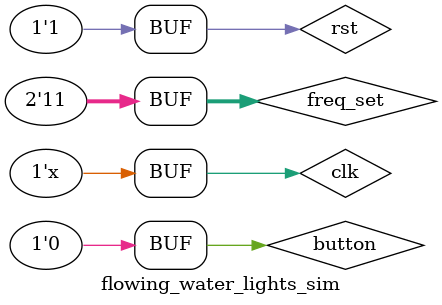
<source format=v>
`timescale 1ns/1ps

module flowing_water_lights_sim();

	reg clk;
	reg rst;
	reg button;
	reg [1:0]freq_set;
	wire [7:0]led;
	
	flowing_water_lights u_flowing_water_lights(.clk(clk),.rst(rst),.button(button),.freq_set(freq_set),.led(led));
	
	initial begin
		clk=1'b0;rst=1'b1;button=1'b0;freq_set=2'b00;
		#10 rst=1'b0;button=1'b1;freq_set=2'b00;
		#10 button=1'b0;
		#1000000000 rst=1'b1;
		#10 rst=1'b0;button=1'b1;freq_set=2'b01;
		#10 button=1'b0;
		#1000000000 rst=1'b1;
		#10 rst=1'b0;button=1'b1;freq_set=2'b10;
		#10 button=1'b0;
		#1000000000 rst=1'b1;
		#10 rst=1'b0;button=1'b1;freq_set=2'b11;
		#10 button=1'b0;
		#2000000000 rst=1'b1;	

	end
	
	always #5 clk=~clk;

endmodule
</source>
